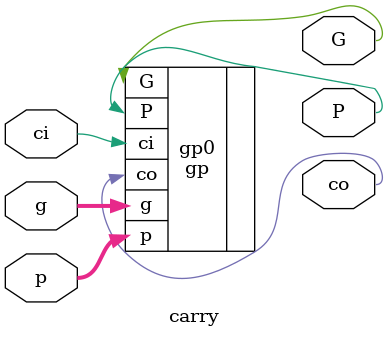
<source format=v>
`timescale 1ns/1ps

/* Descrição de um somador de N bits */
module carry 
(
  input [1:0] g,
  input [1:0] p,
  input ci,
  output G,
  output P,
  output co
);

  gp gp0 (.g(g),
	  .p(p),
          .ci(ci),
          .G(G),
          .P(P),
          .co(co)
         );

  /* assign G = p0 & p1;
  assign P = g1 | (p1 & g0);
  assign co_int = g1 | (p1*ci)
  assign co = G | (P*ci); */ 
    
endmodule

</source>
